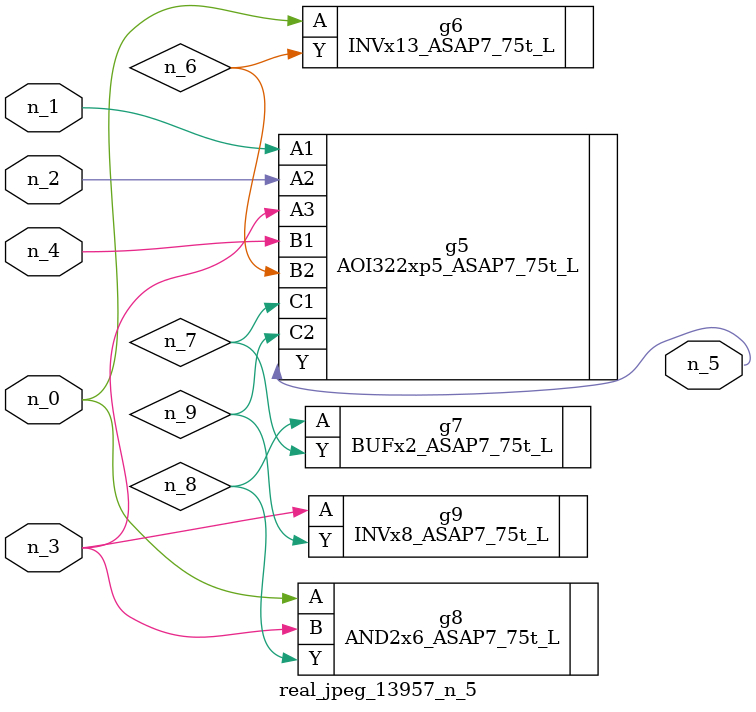
<source format=v>
module real_jpeg_13957_n_5 (n_4, n_0, n_1, n_2, n_3, n_5);

input n_4;
input n_0;
input n_1;
input n_2;
input n_3;

output n_5;

wire n_8;
wire n_6;
wire n_7;
wire n_9;

INVx13_ASAP7_75t_L g6 ( 
.A(n_0),
.Y(n_6)
);

AND2x6_ASAP7_75t_L g8 ( 
.A(n_0),
.B(n_3),
.Y(n_8)
);

AOI322xp5_ASAP7_75t_L g5 ( 
.A1(n_1),
.A2(n_2),
.A3(n_3),
.B1(n_4),
.B2(n_6),
.C1(n_7),
.C2(n_9),
.Y(n_5)
);

INVx8_ASAP7_75t_L g9 ( 
.A(n_3),
.Y(n_9)
);

BUFx2_ASAP7_75t_L g7 ( 
.A(n_8),
.Y(n_7)
);


endmodule
</source>
